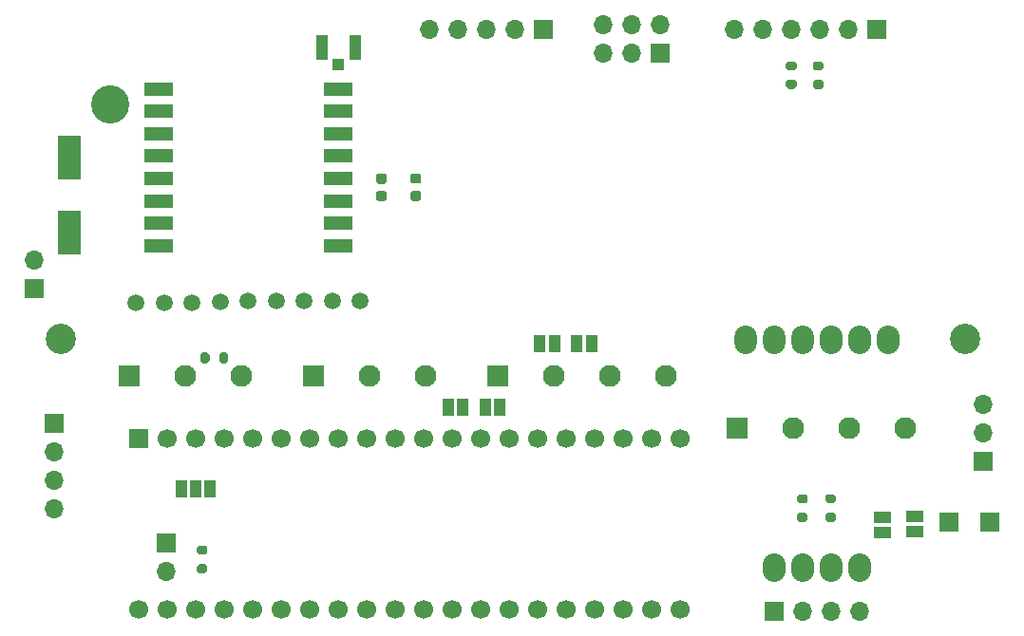
<source format=gbs>
G04 #@! TF.GenerationSoftware,KiCad,Pcbnew,5.1.9-73d0e3b20d~88~ubuntu18.04.1*
G04 #@! TF.CreationDate,2021-04-09T21:08:54+02:00*
G04 #@! TF.ProjectId,EcoApi_pcb,45636f41-7069-45f7-9063-622e6b696361,rev?*
G04 #@! TF.SameCoordinates,Original*
G04 #@! TF.FileFunction,Soldermask,Bot*
G04 #@! TF.FilePolarity,Negative*
%FSLAX46Y46*%
G04 Gerber Fmt 4.6, Leading zero omitted, Abs format (unit mm)*
G04 Created by KiCad (PCBNEW 5.1.9-73d0e3b20d~88~ubuntu18.04.1) date 2021-04-09 21:08:54*
%MOMM*%
%LPD*%
G01*
G04 APERTURE LIST*
%ADD10O,2.032000X2.540000*%
%ADD11O,2.000000X2.540000*%
%ADD12C,3.406000*%
%ADD13C,2.700000*%
%ADD14O,1.700000X1.700000*%
%ADD15R,1.700000X1.700000*%
%ADD16R,2.150000X4.000000*%
%ADD17R,1.000000X1.500000*%
%ADD18R,1.500000X1.000000*%
%ADD19C,1.500000*%
%ADD20R,1.950000X1.950000*%
%ADD21C,1.950000*%
%ADD22R,2.500000X1.200000*%
%ADD23C,1.700000*%
%ADD24R,1.050000X2.200000*%
%ADD25R,1.000000X1.050000*%
G04 APERTURE END LIST*
D10*
G04 #@! TO.C,U3*
X147550000Y-104080000D03*
X145010000Y-104080000D03*
X142470000Y-104080000D03*
D11*
X139930000Y-104080000D03*
D10*
X137390000Y-124400000D03*
X139930000Y-124400000D03*
X142470000Y-124400000D03*
X145010000Y-124400000D03*
D11*
X134850000Y-104080000D03*
X137390000Y-104080000D03*
G04 #@! TD*
D12*
G04 #@! TO.C,BT1*
X78170000Y-83100000D03*
G04 #@! TD*
D13*
G04 #@! TO.C,H4*
X154400000Y-104000000D03*
G04 #@! TD*
G04 #@! TO.C,H2*
X73800000Y-104000000D03*
G04 #@! TD*
D14*
G04 #@! TO.C,J4*
X122130000Y-75990000D03*
X122130000Y-78530000D03*
X124670000Y-75990000D03*
X124670000Y-78530000D03*
X127210000Y-75990000D03*
D15*
X127210000Y-78530000D03*
G04 #@! TD*
D16*
G04 #@! TO.C,C3*
X74540000Y-87810000D03*
X74540000Y-94510000D03*
G04 #@! TD*
G04 #@! TO.C,C2*
G36*
G01*
X105180000Y-90800000D02*
X105680000Y-90800000D01*
G75*
G02*
X105905000Y-91025000I0J-225000D01*
G01*
X105905000Y-91475000D01*
G75*
G02*
X105680000Y-91700000I-225000J0D01*
G01*
X105180000Y-91700000D01*
G75*
G02*
X104955000Y-91475000I0J225000D01*
G01*
X104955000Y-91025000D01*
G75*
G02*
X105180000Y-90800000I225000J0D01*
G01*
G37*
G36*
G01*
X105180000Y-89250000D02*
X105680000Y-89250000D01*
G75*
G02*
X105905000Y-89475000I0J-225000D01*
G01*
X105905000Y-89925000D01*
G75*
G02*
X105680000Y-90150000I-225000J0D01*
G01*
X105180000Y-90150000D01*
G75*
G02*
X104955000Y-89925000I0J225000D01*
G01*
X104955000Y-89475000D01*
G75*
G02*
X105180000Y-89250000I225000J0D01*
G01*
G37*
G04 #@! TD*
G04 #@! TO.C,C1*
G36*
G01*
X102120000Y-90810000D02*
X102620000Y-90810000D01*
G75*
G02*
X102845000Y-91035000I0J-225000D01*
G01*
X102845000Y-91485000D01*
G75*
G02*
X102620000Y-91710000I-225000J0D01*
G01*
X102120000Y-91710000D01*
G75*
G02*
X101895000Y-91485000I0J225000D01*
G01*
X101895000Y-91035000D01*
G75*
G02*
X102120000Y-90810000I225000J0D01*
G01*
G37*
G36*
G01*
X102120000Y-89260000D02*
X102620000Y-89260000D01*
G75*
G02*
X102845000Y-89485000I0J-225000D01*
G01*
X102845000Y-89935000D01*
G75*
G02*
X102620000Y-90160000I-225000J0D01*
G01*
X102120000Y-90160000D01*
G75*
G02*
X101895000Y-89935000I0J225000D01*
G01*
X101895000Y-89485000D01*
G75*
G02*
X102120000Y-89260000I225000J0D01*
G01*
G37*
G04 #@! TD*
D17*
G04 #@! TO.C,J11*
X84520000Y-117390000D03*
X85820000Y-117390000D03*
X87120000Y-117390000D03*
G04 #@! TD*
D18*
G04 #@! TO.C,JP6*
X149900000Y-121150000D03*
X149900000Y-119850000D03*
G04 #@! TD*
G04 #@! TO.C,JP8*
X147000000Y-119950000D03*
X147000000Y-121250000D03*
G04 #@! TD*
D17*
G04 #@! TO.C,JP5*
X121100000Y-104400000D03*
X119800000Y-104400000D03*
G04 #@! TD*
G04 #@! TO.C,JP4*
X108300000Y-110100000D03*
X109600000Y-110100000D03*
G04 #@! TD*
G04 #@! TO.C,JP2*
X111600000Y-110100000D03*
X112900000Y-110100000D03*
G04 #@! TD*
G04 #@! TO.C,JP1*
X117800000Y-104400000D03*
X116500000Y-104400000D03*
G04 #@! TD*
D19*
G04 #@! TO.C,TP11*
X95500000Y-100600000D03*
G04 #@! TD*
G04 #@! TO.C,TP16*
X93000000Y-100600000D03*
G04 #@! TD*
G04 #@! TO.C,TP15*
X100500000Y-100600000D03*
G04 #@! TD*
G04 #@! TO.C,TP12*
X98000000Y-100600000D03*
G04 #@! TD*
G04 #@! TO.C,TP10*
X90500000Y-100600000D03*
G04 #@! TD*
G04 #@! TO.C,TP9*
X82990000Y-100770000D03*
G04 #@! TD*
G04 #@! TO.C,TP8*
X85500000Y-100800000D03*
G04 #@! TD*
G04 #@! TO.C,TP7*
X88000000Y-100700000D03*
G04 #@! TD*
G04 #@! TO.C,TP3*
X80450000Y-100770000D03*
G04 #@! TD*
D14*
G04 #@! TO.C,J16*
X73200000Y-119120000D03*
X73200000Y-116580000D03*
X73200000Y-114040000D03*
D15*
X73200000Y-111500000D03*
G04 #@! TD*
G04 #@! TO.C,R13*
G36*
G01*
X86675000Y-123250000D02*
X86125000Y-123250000D01*
G75*
G02*
X85925000Y-123050000I0J200000D01*
G01*
X85925000Y-122650000D01*
G75*
G02*
X86125000Y-122450000I200000J0D01*
G01*
X86675000Y-122450000D01*
G75*
G02*
X86875000Y-122650000I0J-200000D01*
G01*
X86875000Y-123050000D01*
G75*
G02*
X86675000Y-123250000I-200000J0D01*
G01*
G37*
G36*
G01*
X86675000Y-124900000D02*
X86125000Y-124900000D01*
G75*
G02*
X85925000Y-124700000I0J200000D01*
G01*
X85925000Y-124300000D01*
G75*
G02*
X86125000Y-124100000I200000J0D01*
G01*
X86675000Y-124100000D01*
G75*
G02*
X86875000Y-124300000I0J-200000D01*
G01*
X86875000Y-124700000D01*
G75*
G02*
X86675000Y-124900000I-200000J0D01*
G01*
G37*
G04 #@! TD*
D14*
G04 #@! TO.C,J15*
X83200000Y-124740000D03*
D15*
X83200000Y-122200000D03*
G04 #@! TD*
D20*
G04 #@! TO.C,J3*
X134100000Y-112000000D03*
D21*
X139100000Y-112000000D03*
X144100000Y-112000000D03*
X149100000Y-112000000D03*
G04 #@! TD*
D22*
G04 #@! TO.C,U2*
X82500000Y-95700000D03*
X82500000Y-93700000D03*
X82500000Y-91700000D03*
X82500000Y-89700000D03*
X82500000Y-87700000D03*
X82500000Y-85700000D03*
X82500000Y-83700000D03*
X82500000Y-81700000D03*
X98500000Y-81700000D03*
X98500000Y-83700000D03*
X98500000Y-85700000D03*
X98500000Y-87700000D03*
X98500000Y-89700000D03*
X98500000Y-91700000D03*
X98500000Y-93700000D03*
X98500000Y-95700000D03*
G04 #@! TD*
D23*
G04 #@! TO.C,U1*
X80700000Y-128140000D03*
D15*
X80700000Y-112900000D03*
D23*
X83240000Y-128140000D03*
X83240000Y-112900000D03*
X85780000Y-128140000D03*
X85780000Y-112900000D03*
X88320000Y-128140000D03*
X88320000Y-112900000D03*
X90860000Y-128140000D03*
X90860000Y-112900000D03*
X93400000Y-128140000D03*
X93400000Y-112900000D03*
X95940000Y-128140000D03*
X95940000Y-112900000D03*
X98480000Y-128140000D03*
X98480000Y-112900000D03*
X101020000Y-128140000D03*
X101020000Y-112900000D03*
X103560000Y-128140000D03*
X103560000Y-112900000D03*
X106100000Y-128140000D03*
X106100000Y-112900000D03*
X108640000Y-128140000D03*
X108640000Y-112900000D03*
X111180000Y-128140000D03*
X111180000Y-112900000D03*
X113720000Y-128140000D03*
X113720000Y-112900000D03*
X116260000Y-128140000D03*
X116260000Y-112900000D03*
X118800000Y-128140000D03*
X118800000Y-112900000D03*
X121340000Y-128140000D03*
X121340000Y-112900000D03*
X123880000Y-128140000D03*
X123880000Y-112900000D03*
X126420000Y-128140000D03*
X126420000Y-112900000D03*
X128960000Y-128140000D03*
X128960000Y-112900000D03*
G04 #@! TD*
D14*
G04 #@! TO.C,J7*
X133800000Y-76400000D03*
X136340000Y-76400000D03*
X138880000Y-76400000D03*
X141420000Y-76400000D03*
X143960000Y-76400000D03*
D15*
X146500000Y-76400000D03*
G04 #@! TD*
D14*
G04 #@! TO.C,J8*
X106680000Y-76400000D03*
X109220000Y-76400000D03*
X111760000Y-76400000D03*
X114300000Y-76400000D03*
D15*
X116840000Y-76400000D03*
G04 #@! TD*
D14*
G04 #@! TO.C,J6*
X145040000Y-128300000D03*
X142500000Y-128300000D03*
X139960000Y-128300000D03*
D15*
X137420000Y-128300000D03*
G04 #@! TD*
G04 #@! TO.C,R7*
G36*
G01*
X142125000Y-119500000D02*
X142675000Y-119500000D01*
G75*
G02*
X142875000Y-119700000I0J-200000D01*
G01*
X142875000Y-120100000D01*
G75*
G02*
X142675000Y-120300000I-200000J0D01*
G01*
X142125000Y-120300000D01*
G75*
G02*
X141925000Y-120100000I0J200000D01*
G01*
X141925000Y-119700000D01*
G75*
G02*
X142125000Y-119500000I200000J0D01*
G01*
G37*
G36*
G01*
X142125000Y-117850000D02*
X142675000Y-117850000D01*
G75*
G02*
X142875000Y-118050000I0J-200000D01*
G01*
X142875000Y-118450000D01*
G75*
G02*
X142675000Y-118650000I-200000J0D01*
G01*
X142125000Y-118650000D01*
G75*
G02*
X141925000Y-118450000I0J200000D01*
G01*
X141925000Y-118050000D01*
G75*
G02*
X142125000Y-117850000I200000J0D01*
G01*
G37*
G04 #@! TD*
G04 #@! TO.C,R6*
G36*
G01*
X139625000Y-119500000D02*
X140175000Y-119500000D01*
G75*
G02*
X140375000Y-119700000I0J-200000D01*
G01*
X140375000Y-120100000D01*
G75*
G02*
X140175000Y-120300000I-200000J0D01*
G01*
X139625000Y-120300000D01*
G75*
G02*
X139425000Y-120100000I0J200000D01*
G01*
X139425000Y-119700000D01*
G75*
G02*
X139625000Y-119500000I200000J0D01*
G01*
G37*
G36*
G01*
X139625000Y-117850000D02*
X140175000Y-117850000D01*
G75*
G02*
X140375000Y-118050000I0J-200000D01*
G01*
X140375000Y-118450000D01*
G75*
G02*
X140175000Y-118650000I-200000J0D01*
G01*
X139625000Y-118650000D01*
G75*
G02*
X139425000Y-118450000I0J200000D01*
G01*
X139425000Y-118050000D01*
G75*
G02*
X139625000Y-117850000I200000J0D01*
G01*
G37*
G04 #@! TD*
G04 #@! TO.C,R5*
G36*
G01*
X87050000Y-105425000D02*
X87050000Y-105975000D01*
G75*
G02*
X86850000Y-106175000I-200000J0D01*
G01*
X86450000Y-106175000D01*
G75*
G02*
X86250000Y-105975000I0J200000D01*
G01*
X86250000Y-105425000D01*
G75*
G02*
X86450000Y-105225000I200000J0D01*
G01*
X86850000Y-105225000D01*
G75*
G02*
X87050000Y-105425000I0J-200000D01*
G01*
G37*
G36*
G01*
X88700000Y-105425000D02*
X88700000Y-105975000D01*
G75*
G02*
X88500000Y-106175000I-200000J0D01*
G01*
X88100000Y-106175000D01*
G75*
G02*
X87900000Y-105975000I0J200000D01*
G01*
X87900000Y-105425000D01*
G75*
G02*
X88100000Y-105225000I200000J0D01*
G01*
X88500000Y-105225000D01*
G75*
G02*
X88700000Y-105425000I0J-200000D01*
G01*
G37*
G04 #@! TD*
G04 #@! TO.C,R4*
G36*
G01*
X139175000Y-80050000D02*
X138625000Y-80050000D01*
G75*
G02*
X138425000Y-79850000I0J200000D01*
G01*
X138425000Y-79450000D01*
G75*
G02*
X138625000Y-79250000I200000J0D01*
G01*
X139175000Y-79250000D01*
G75*
G02*
X139375000Y-79450000I0J-200000D01*
G01*
X139375000Y-79850000D01*
G75*
G02*
X139175000Y-80050000I-200000J0D01*
G01*
G37*
G36*
G01*
X139175000Y-81700000D02*
X138625000Y-81700000D01*
G75*
G02*
X138425000Y-81500000I0J200000D01*
G01*
X138425000Y-81100000D01*
G75*
G02*
X138625000Y-80900000I200000J0D01*
G01*
X139175000Y-80900000D01*
G75*
G02*
X139375000Y-81100000I0J-200000D01*
G01*
X139375000Y-81500000D01*
G75*
G02*
X139175000Y-81700000I-200000J0D01*
G01*
G37*
G04 #@! TD*
G04 #@! TO.C,R3*
G36*
G01*
X141575000Y-80050000D02*
X141025000Y-80050000D01*
G75*
G02*
X140825000Y-79850000I0J200000D01*
G01*
X140825000Y-79450000D01*
G75*
G02*
X141025000Y-79250000I200000J0D01*
G01*
X141575000Y-79250000D01*
G75*
G02*
X141775000Y-79450000I0J-200000D01*
G01*
X141775000Y-79850000D01*
G75*
G02*
X141575000Y-80050000I-200000J0D01*
G01*
G37*
G36*
G01*
X141575000Y-81700000D02*
X141025000Y-81700000D01*
G75*
G02*
X140825000Y-81500000I0J200000D01*
G01*
X140825000Y-81100000D01*
G75*
G02*
X141025000Y-80900000I200000J0D01*
G01*
X141575000Y-80900000D01*
G75*
G02*
X141775000Y-81100000I0J-200000D01*
G01*
X141775000Y-81500000D01*
G75*
G02*
X141575000Y-81700000I-200000J0D01*
G01*
G37*
G04 #@! TD*
D14*
G04 #@! TO.C,J14*
X156000000Y-109820000D03*
X156000000Y-112360000D03*
D15*
X156000000Y-114900000D03*
G04 #@! TD*
G04 #@! TO.C,J13*
X156600000Y-120300000D03*
G04 #@! TD*
G04 #@! TO.C,J12*
X153000000Y-120300000D03*
G04 #@! TD*
D14*
G04 #@! TO.C,J10*
X71400000Y-96960000D03*
D15*
X71400000Y-99500000D03*
G04 #@! TD*
D20*
G04 #@! TO.C,J5*
X96300000Y-107300000D03*
D21*
X101300000Y-107300000D03*
X106300000Y-107300000D03*
G04 #@! TD*
D20*
G04 #@! TO.C,J2*
X112700000Y-107300000D03*
D21*
X117700000Y-107300000D03*
X122700000Y-107300000D03*
X127700000Y-107300000D03*
G04 #@! TD*
D20*
G04 #@! TO.C,J1*
X79900000Y-107300000D03*
D21*
X84900000Y-107300000D03*
X89900000Y-107300000D03*
G04 #@! TD*
D24*
G04 #@! TO.C,J0*
X97050000Y-78000000D03*
D25*
X98525000Y-79525000D03*
D24*
X100000000Y-78000000D03*
G04 #@! TD*
M02*

</source>
